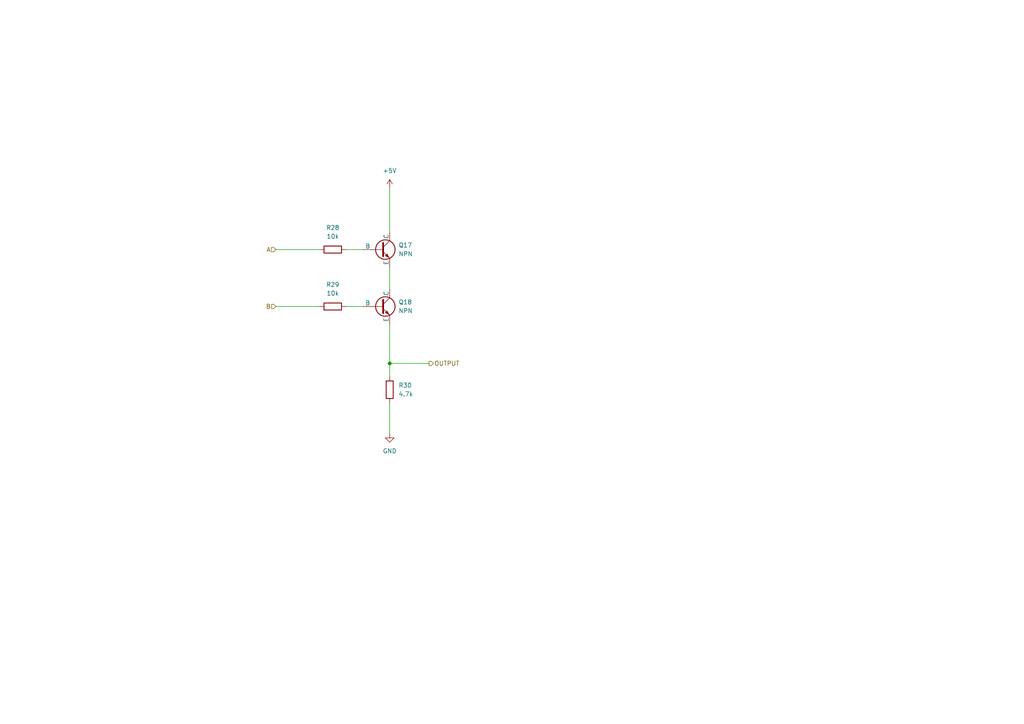
<source format=kicad_sch>
(kicad_sch (version 20231120) (generator "eeschema") (generator_version "8.0")
  (paper "A4")
  (lib_symbols
    (symbol "Device:R" (pin_numbers hide) (pin_names (offset 0))
      (property "Reference" "R" (at 2.032 0 90))
      (property "Value" "R" (at 0 0 90))
      (symbol "R_0_1"
        (rectangle (start -1.016 -2.54) (end 1.016 2.54) (stroke (width 0.254)))
      )
      (symbol "R_1_1"
        (pin passive line (at 0 3.81 270) (length 1.27) (name "~") (number "1"))
        (pin passive line (at 0 -3.81 90) (length 1.27) (name "~") (number "2"))
      )
    )
    (symbol "Simulation_SPICE:NPN" (pin_numbers hide) (pin_names (offset 0))
      (property "Reference" "Q" (at -2.54 7.62 0))
      (property "Value" "NPN" (at -2.54 5.08 0))
      (symbol "NPN_0_1"
        (polyline (pts (xy -2.54 0) (xy 0.635 0)) (stroke (width 0.1524)))
        (polyline (pts (xy 0.635 0.635) (xy 2.54 2.54)))
        (polyline (pts (xy 2.794 -1.27) (xy 2.794 -1.27)) (stroke (width 0.1524)))
        (polyline (pts (xy 2.794 -1.27) (xy 2.794 -1.27)) (stroke (width 0.1524)))
        (polyline (pts (xy 0.635 -0.635) (xy 2.54 -2.54) (xy 2.54 -2.54)))
        (polyline (pts (xy 0.635 1.905) (xy 0.635 -1.905) (xy 0.635 -1.905)) (stroke (width 0.508)))
        (polyline (pts (xy 1.27 -1.778) (xy 1.778 -1.27) (xy 2.286 -2.286) (xy 1.27 -1.778) (xy 1.27 -1.778)) (fill (type outline)))
        (circle (center 1.27 0) (radius 2.8194) (stroke (width 0.254)))
      )
      (symbol "NPN_1_1"
        (pin open_collector line (at 2.54 5.08 270) (length 2.54) (name "C") (number "1"))
        (pin input line (at -5.08 0 0) (length 2.54) (name "B") (number "2"))
        (pin open_emitter line (at 2.54 -5.08 90) (length 2.54) (name "E") (number "3"))
      )
    )
    (symbol "power:+5V" (power) (pin_names (offset 0))
      (property "Value" "+5V" (at 0 3.556 0))
      (symbol "+5V_0_1"
        (polyline (pts (xy -0.762 1.27) (xy 0 2.54)))
        (polyline (pts (xy 0 0) (xy 0 2.54)))
        (polyline (pts (xy 0 2.54) (xy 0.762 1.27)))
      )
      (symbol "+5V_1_1"
        (pin power_in line (at 0 0 90) (length 0) hide (name "+5V") (number "1"))
      )
    )
    (symbol "power:GND" (power) (pin_names (offset 0))
      (property "Value" "GND" (at 0 -3.81 0))
      (symbol "GND_0_1"
        (polyline (pts (xy 0 0) (xy 0 -1.27) (xy 1.27 -1.27) (xy 0 -2.54) (xy -1.27 -1.27) (xy 0 -1.27)))
      )
      (symbol "GND_1_1"
        (pin power_in line (at 0 0 270) (length 0) hide (name "GND") (number "1"))
      )
    )
  )
  (junction (at 113.03 105.41))
  (wire (pts (xy 113.03 77.47) (xy 113.03 83.82)))
  (wire (pts (xy 100.33 72.39) (xy 105.41 72.39)))
  (wire (pts (xy 113.03 116.84) (xy 113.03 125.73)))
  (wire (pts (xy 113.03 93.98) (xy 113.03 105.41)))
  (wire (pts (xy 100.33 88.9) (xy 105.41 88.9)))
  (wire (pts (xy 113.03 105.41) (xy 113.03 109.22)))
  (wire (pts (xy 80.01 72.39) (xy 92.71 72.39)))
  (wire (pts (xy 113.03 105.41) (xy 124.46 105.41)))
  (wire (pts (xy 80.01 88.9) (xy 92.71 88.9)))
  (wire (pts (xy 113.03 54.61) (xy 113.03 67.31)))
  (hierarchical_label "B" (shape input) (at 80.01 88.9 180))
  (hierarchical_label "A" (shape input) (at 80.01 72.39 180))
  (hierarchical_label "OUTPUT" (shape output) (at 124.46 105.41 0))
  (symbol (lib_id "Device:R") (at 113.03 113.03 180) (unit 1)
    (property "Reference" "R15" (at 115.57 111.7599 0) (effects (justify right)))
    (property "Value" "4.7k" (at 115.57 114.2999 0) (effects (justify right)))
    (property "Description" "Resistor" (effects (hide yes)))
    (instances (project "half-adder" (path "" (reference "R30") (unit 1)) (path "" (reference "R27") (unit 1)) (path "" (reference "R15") (unit 1)) (path "" (reference "R24") (unit 1))))
  )
  (symbol (lib_id "Device:R") (at 96.52 88.9 90) (unit 1)
    (property "Reference" "R14" (at 96.52 82.55 90))
    (property "Value" "10k" (at 96.52 85.09 90))
    (property "Description" "Resistor" (effects (hide yes)))
    (instances (project "half-adder" (path "" (reference "R29") (unit 1)) (path "" (reference "R26") (unit 1)) (path "" (reference "R14") (unit 1)) (path "" (reference "R23") (unit 1))))
  )
  (symbol (lib_id "power:GND") (at 113.03 125.73 0) (unit 1)
    (property "Reference" "#PWR022" (effects (hide yes)))
    (property "Value" "GND" (at 113.03 130.81 0))
    (instances (project "half-adder" (path "" (reference "#PWR032") (unit 1)) (path "" (reference "#PWR030") (unit 1)) (path "" (reference "#PWR022") (unit 1)) (path "" (reference "#PWR028") (unit 1))))
  )
  (symbol (lib_id "Simulation_SPICE:NPN") (at 110.49 72.39 0) (unit 1)
    (property "Reference" "Q17" (at 115.57 71.1199 0) (effects (justify left)))
    (property "Value" "NPN" (at 115.57 73.6599 0) (effects (justify left)))
    (property "Datasheet" "https://ngspice.sourceforge.io/docs/ngspice-html-manual/manual.xhtml#cha_BJTs" (effects (hide yes)))
    (property "Description" "Bipolar transistor symbol for simulation only, substrate tied to the emitter" (effects (hide yes)))
    (property "Sim.Device" "NPN" (effects (hide yes)))
    (property "Sim.Type" "GUMMELPOON" (effects (hide yes)))
    (property "Sim.Pins" "1=C 2=B 3=E" (effects (hide yes)))
    (instances (project "half-adder" (path "" (reference "Q17") (unit 1)) (path "" (reference "Q15") (unit 1)) (path "" (reference "Q7") (unit 1)) (path "" (reference "Q13") (unit 1))))
  )
  (symbol (lib_id "Device:R") (at 96.52 72.39 90) (unit 1)
    (property "Reference" "R13" (at 96.52 66.04 90))
    (property "Value" "10k" (at 96.52 68.58 90))
    (property "Description" "Resistor" (effects (hide yes)))
    (instances (project "half-adder" (path "" (reference "R28") (unit 1)) (path "" (reference "R25") (unit 1)) (path "" (reference "R13") (unit 1)) (path "" (reference "R22") (unit 1))))
  )
  (symbol (lib_id "power:+5V") (at 113.03 54.61 0) (unit 1)
    (property "Reference" "#PWR021" (effects (hide yes)))
    (property "Value" "+5V" (at 113.03 49.53 0))
    (instances (project "half-adder" (path "" (reference "#PWR031") (unit 1)) (path "" (reference "#PWR029") (unit 1)) (path "" (reference "#PWR021") (unit 1)) (path "" (reference "#PWR027") (unit 1))))
  )
  (symbol (lib_id "Simulation_SPICE:NPN") (at 110.49 88.9 0) (unit 1)
    (property "Reference" "Q18" (at 115.57 87.6299 0) (effects (justify left)))
    (property "Value" "NPN" (at 115.57 90.1699 0) (effects (justify left)))
    (property "Datasheet" "https://ngspice.sourceforge.io/docs/ngspice-html-manual/manual.xhtml#cha_BJTs" (effects (hide yes)))
    (property "Description" "Bipolar transistor symbol for simulation only, substrate tied to the emitter" (effects (hide yes)))
    (property "Sim.Device" "NPN" (effects (hide yes)))
    (property "Sim.Type" "GUMMELPOON" (effects (hide yes)))
    (property "Sim.Pins" "1=C 2=B 3=E" (effects (hide yes)))
    (instances (project "half-adder" (path "" (reference "Q18") (unit 1)) (path "" (reference "Q16") (unit 1)) (path "" (reference "Q8") (unit 1)) (path "" (reference "Q14") (unit 1))))
  )
)
</source>
